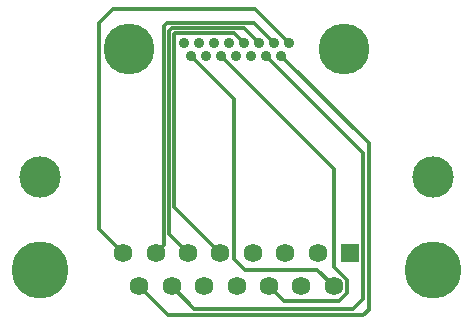
<source format=gbl>
G04*
G04 #@! TF.GenerationSoftware,Altium Limited,Altium Designer,20.0.11 (256)*
G04*
G04 Layer_Physical_Order=2*
G04 Layer_Color=16711680*
%FSLAX25Y25*%
%MOIN*%
G70*
G01*
G75*
%ADD18C,0.06265*%
%ADD19R,0.06265X0.06265*%
%ADD20C,0.18996*%
%ADD21C,0.01200*%
%ADD22C,0.13780*%
%ADD23C,0.16949*%
%ADD24C,0.03543*%
D18*
X117400Y38400D02*
D03*
X106600D02*
D03*
X95800D02*
D03*
X85000D02*
D03*
X74200D02*
D03*
X63400D02*
D03*
X52600D02*
D03*
X112000Y49600D02*
D03*
X101200D02*
D03*
X90400D02*
D03*
X79600D02*
D03*
X68800D02*
D03*
X58000D02*
D03*
X47200D02*
D03*
D19*
X122800D02*
D03*
D20*
X150600Y44000D02*
D03*
X19400D02*
D03*
D21*
X64300Y64900D02*
X79600Y49600D01*
X64300Y64900D02*
Y122600D01*
X64400Y122700D01*
X84292D01*
X87327Y119665D01*
X87492Y124500D02*
X92327Y119665D01*
X63600Y124500D02*
X87492D01*
X62500Y123400D02*
X63600Y124500D01*
X62500Y55900D02*
Y123400D01*
Y55900D02*
X68800Y49600D01*
X90692Y126300D02*
X97327Y119665D01*
X61800Y126300D02*
X90692D01*
X60700Y125200D02*
X61800Y126300D01*
X60700Y52300D02*
Y125200D01*
X58000Y49600D02*
X60700Y52300D01*
X91192Y130800D02*
X102327Y119665D01*
X43900Y130800D02*
X91192D01*
X39300Y126200D02*
X43900Y130800D01*
X39300Y57500D02*
Y126200D01*
Y57500D02*
X47200Y49600D01*
X111800Y44000D02*
X117400Y38400D01*
X87700Y44000D02*
X111800D01*
X84300Y47400D02*
X87700Y44000D01*
X84300Y47400D02*
Y100861D01*
X69827Y115335D02*
X84300Y100861D01*
X79827Y115335D02*
X117500Y77661D01*
Y44900D02*
Y77661D01*
Y44900D02*
X121800Y40600D01*
Y36100D02*
Y40600D01*
X119200Y33500D02*
X121800Y36100D01*
X100700Y33500D02*
X119200D01*
X95800Y38400D02*
X100700Y33500D01*
X52600Y38400D02*
X62300Y28700D01*
X127200D01*
X129000Y30500D01*
Y86161D01*
X99827Y115335D02*
X129000Y86161D01*
X94827Y115335D02*
X127200Y82961D01*
Y34300D02*
Y82961D01*
X123800Y30900D02*
X127200Y34300D01*
X70900Y30900D02*
X123800D01*
X63400Y38400D02*
X70900Y30900D01*
D22*
X19400Y75000D02*
D03*
X150600D02*
D03*
D23*
X120654Y117500D02*
D03*
X49000D02*
D03*
D24*
X99827Y115335D02*
D03*
X94827D02*
D03*
X89827D02*
D03*
X84827D02*
D03*
X79827D02*
D03*
X74827D02*
D03*
X69827D02*
D03*
X102327Y119665D02*
D03*
X97327D02*
D03*
X92327D02*
D03*
X87327D02*
D03*
X82327D02*
D03*
X77327D02*
D03*
X72327D02*
D03*
X67327D02*
D03*
M02*

</source>
